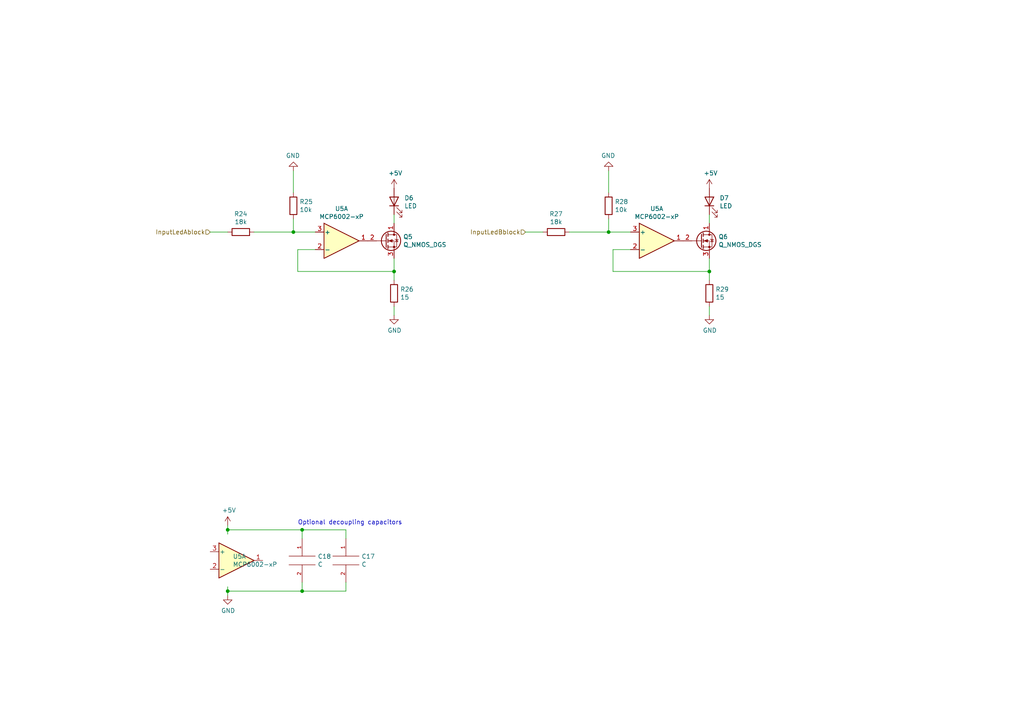
<source format=kicad_sch>
(kicad_sch (version 20211123) (generator eeschema)
  (paper "A4")
  (lib_symbols
    (symbol "Amplifier_Operational:MCP6002-xP" (pin_names (offset 0.127))
      (property "Reference" "U" (at 0 5.08 0))
      (property "Value" "MCP6002-xP" (at 0 -5.08 0))
      (symbol "MCP6002-xP_1_1"
        (polyline (pts (xy -5.08 5.08) (xy 5.08 0) (xy -5.08 -5.08) (xy -5.08 5.08)) (stroke (width 0.254)) (fill (type background)))
        (pin output line (at 7.62 0 180) (length 2.54) (name "~") (number "1"))
        (pin input line (at -7.62 -2.54 0) (length 2.54) (name "-") (number "2"))
        (pin input line (at -7.62 2.54 0) (length 2.54) (name "+") (number "3"))
      )
      (symbol "MCP6002-xP_2_1"
        (polyline (pts (xy -5.08 5.08) (xy 5.08 0) (xy -5.08 -5.08) (xy -5.08 5.08)) (stroke (width 0.254)) (fill (type background)))
        (pin input line (at -7.62 2.54 0) (length 2.54) (name "+") (number "5"))
        (pin input line (at -7.62 -2.54 0) (length 2.54) (name "-") (number "6"))
        (pin output line (at 7.62 0 180) (length 2.54) (name "~") (number "7"))
      )
      (symbol "MCP6002-xP_3_1"
        (pin power_in line (at -2.54 -7.62 90) (length 3.81) (name "V-") (number "4"))
        (pin power_in line (at -2.54 7.62 270) (length 3.81) (name "V+") (number "8"))
      )
    )
    (symbol "Device:LED" (pin_numbers hide) (pin_names (offset 1.016) hide)
      (property "Reference" "D" (at 0 2.54 0))
      (property "Value" "LED" (at 0 -2.54 0))
      (symbol "LED_0_1"
        (polyline (pts (xy -1.27 -1.27) (xy -1.27 1.27)) (stroke (width 0.254)))
        (polyline (pts (xy -1.27 0) (xy 1.27 0)))
        (polyline (pts (xy 1.27 -1.27) (xy 1.27 1.27) (xy -1.27 0) (xy 1.27 -1.27)) (stroke (width 0.254)))
        (polyline (pts (xy -3.048 -0.762) (xy -4.572 -2.286) (xy -3.81 -2.286) (xy -4.572 -2.286) (xy -4.572 -1.524)))
        (polyline (pts (xy -1.778 -0.762) (xy -3.302 -2.286) (xy -2.54 -2.286) (xy -3.302 -2.286) (xy -3.302 -1.524)))
      )
      (symbol "LED_1_1"
        (pin passive line (at -3.81 0 0) (length 2.54) (name "K") (number "1"))
        (pin passive line (at 3.81 0 180) (length 2.54) (name "A") (number "2"))
      )
    )
    (symbol "Device:Q_NMOS_DGS" (pin_names (offset 0) hide)
      (property "Reference" "Q" (at 5.08 1.27 0))
      (property "Value" "Q_NMOS_DGS" (at 5.08 -1.27 0))
      (symbol "Q_NMOS_DGS_0_1"
        (polyline (pts (xy 0.254 0) (xy -2.54 0)))
        (polyline (pts (xy 0.254 1.905) (xy 0.254 -1.905)) (stroke (width 0.254)))
        (polyline (pts (xy 0.762 -1.27) (xy 0.762 -2.286)) (stroke (width 0.254)))
        (polyline (pts (xy 0.762 0.508) (xy 0.762 -0.508)) (stroke (width 0.254)))
        (polyline (pts (xy 0.762 2.286) (xy 0.762 1.27)) (stroke (width 0.254)))
        (polyline (pts (xy 2.54 2.54) (xy 2.54 1.778)))
        (polyline (pts (xy 2.54 -2.54) (xy 2.54 0) (xy 0.762 0)))
        (polyline (pts (xy 0.762 -1.778) (xy 3.302 -1.778) (xy 3.302 1.778) (xy 0.762 1.778)))
        (polyline (pts (xy 1.016 0) (xy 2.032 0.381) (xy 2.032 -0.381) (xy 1.016 0)) (fill (type outline)))
        (polyline (pts (xy 2.794 0.508) (xy 2.921 0.381) (xy 3.683 0.381) (xy 3.81 0.254)))
        (polyline (pts (xy 3.302 0.381) (xy 2.921 -0.254) (xy 3.683 -0.254) (xy 3.302 0.381)))
        (circle (center 1.651 0) (radius 2.794) (stroke (width 0.254)))
        (circle (center 2.54 -1.778) (radius 0.254) (fill (type outline)))
        (circle (center 2.54 1.778) (radius 0.254) (fill (type outline)))
      )
      (symbol "Q_NMOS_DGS_1_1"
        (pin passive line (at 2.54 5.08 270) (length 2.54) (name "D") (number "1"))
        (pin input line (at -5.08 0 0) (length 2.54) (name "G") (number "2"))
        (pin passive line (at 2.54 -5.08 90) (length 2.54) (name "S") (number "3"))
      )
    )
    (symbol "Device:R" (pin_numbers hide) (pin_names (offset 0))
      (property "Reference" "R" (at 2.032 0 90))
      (property "Value" "R" (at 0 0 90))
      (symbol "R_0_1"
        (rectangle (start -1.016 -2.54) (end 1.016 2.54) (stroke (width 0.254)))
      )
      (symbol "R_1_1"
        (pin passive line (at 0 3.81 270) (length 1.27) (name "~") (number "1"))
        (pin passive line (at 0 -3.81 90) (length 1.27) (name "~") (number "2"))
      )
    )
    (symbol "power:+5V" (power) (pin_names (offset 0))
      (property "Value" "+5V" (at 0 3.556 0))
      (symbol "+5V_0_1"
        (polyline (pts (xy -0.762 1.27) (xy 0 2.54)))
        (polyline (pts (xy 0 0) (xy 0 2.54)))
        (polyline (pts (xy 0 2.54) (xy 0.762 1.27)))
      )
      (symbol "+5V_1_1"
        (pin power_in line (at 0 0 90) (length 0) hide (name "+5V") (number "1"))
      )
    )
    (symbol "power:GND" (power) (pin_names (offset 0))
      (property "Value" "GND" (at 0 -3.81 0))
      (symbol "GND_0_1"
        (polyline (pts (xy 0 0) (xy 0 -1.27) (xy 1.27 -1.27) (xy 0 -2.54) (xy -1.27 -1.27) (xy 0 -1.27)))
      )
      (symbol "GND_1_1"
        (pin power_in line (at 0 0 270) (length 0) hide (name "GND") (number "1"))
      )
    )
    (symbol "pspice:C" (pin_names (offset 0.254))
      (property "Reference" "C" (at 2.54 3.81 90))
      (property "Value" "C" (at 2.54 -3.81 90))
      (symbol "C_0_1"
        (polyline (pts (xy -3.81 -1.27) (xy 3.81 -1.27)))
        (polyline (pts (xy -3.81 1.27) (xy 3.81 1.27)))
      )
      (symbol "C_1_1"
        (pin passive line (at 0 6.35 270) (length 5.08) (name "~") (number "1"))
        (pin passive line (at 0 -6.35 90) (length 5.08) (name "~") (number "2"))
      )
    )
  )
  (junction (at 205.74 78.74))
  (junction (at 87.63 171.45))
  (junction (at 176.53 67.31))
  (junction (at 114.3 78.74))
  (junction (at 66.04 171.45))
  (junction (at 66.04 153.67))
  (junction (at 87.63 153.67))
  (junction (at 85.09 67.31))
  (wire (pts (xy 86.36 72.39) (xy 91.44 72.39)))
  (wire (pts (xy 66.04 171.45) (xy 87.63 171.45)))
  (wire (pts (xy 100.33 153.67) (xy 100.33 156.21)))
  (wire (pts (xy 114.3 88.9) (xy 114.3 91.44)))
  (wire (pts (xy 85.09 67.31) (xy 85.09 63.5)))
  (wire (pts (xy 66.04 152.4) (xy 66.04 153.67)))
  (wire (pts (xy 100.33 171.45) (xy 100.33 168.91)))
  (wire (pts (xy 85.09 67.31) (xy 73.66 67.31)))
  (wire (pts (xy 157.48 67.31) (xy 152.4 67.31)))
  (wire (pts (xy 66.04 67.31) (xy 60.96 67.31)))
  (wire (pts (xy 177.8 72.39) (xy 182.88 72.39)))
  (wire (pts (xy 66.04 171.45) (xy 66.04 172.72)))
  (wire (pts (xy 87.63 153.67) (xy 100.33 153.67)))
  (wire (pts (xy 176.53 67.31) (xy 176.53 63.5)))
  (wire (pts (xy 114.3 74.93) (xy 114.3 78.74)))
  (wire (pts (xy 205.74 88.9) (xy 205.74 91.44)))
  (wire (pts (xy 182.88 67.31) (xy 176.53 67.31)))
  (wire (pts (xy 205.74 64.77) (xy 205.74 62.23)))
  (wire (pts (xy 176.53 67.31) (xy 165.1 67.31)))
  (wire (pts (xy 114.3 78.74) (xy 86.36 78.74)))
  (wire (pts (xy 87.63 171.45) (xy 87.63 168.91)))
  (wire (pts (xy 91.44 67.31) (xy 85.09 67.31)))
  (wire (pts (xy 66.04 170.18) (xy 66.04 171.45)))
  (wire (pts (xy 176.53 49.53) (xy 176.53 55.88)))
  (wire (pts (xy 85.09 49.53) (xy 85.09 55.88)))
  (wire (pts (xy 205.74 78.74) (xy 205.74 74.93)))
  (wire (pts (xy 205.74 78.74) (xy 205.74 81.28)))
  (wire (pts (xy 114.3 78.74) (xy 114.3 81.28)))
  (wire (pts (xy 177.8 78.74) (xy 177.8 72.39)))
  (wire (pts (xy 114.3 64.77) (xy 114.3 62.23)))
  (wire (pts (xy 205.74 78.74) (xy 177.8 78.74)))
  (wire (pts (xy 87.63 171.45) (xy 100.33 171.45)))
  (wire (pts (xy 86.36 78.74) (xy 86.36 72.39)))
  (wire (pts (xy 87.63 153.67) (xy 87.63 156.21)))
  (wire (pts (xy 66.04 153.67) (xy 66.04 154.94)))
  (wire (pts (xy 66.04 153.67) (xy 87.63 153.67)))
  (text "Optional decoupling capacitors" (at 86.36 152.4 0) (effects (font (size 1.27 1.27)) (justify left bottom)))
  (hierarchical_label "InputLedBblock" (shape input) (at 152.4 67.31 180))
  (hierarchical_label "InputLedAblock" (shape input) (at 60.96 67.31 180))
  (symbol (lib_id "Amplifier_Operational:MCP6002-xP") (at 99.06 69.85 0)
    (property "Reference" "U5" (at 99.06 60.5282 0))
    (property "Value" "MCP6002-xP" (at 99.06 62.8396 0))
    (property "Footprint" "Package_DIP:DIP-8_W7.62mm" (effects hide))
    (property "Datasheet" "http://ww1.microchip.com/downloads/en/DeviceDoc/21733j.pdf" (effects hide))
  )
  (symbol (lib_id "Amplifier_Operational:MCP6002-xP") (at 190.5 69.85 0)
    (property "Reference" "U5" (at 190.5 60.5282 0))
    (property "Value" "MCP6002-xP" (at 190.5 62.8396 0))
    (property "Footprint" "Package_DIP:DIP-8_W7.62mm" (effects hide))
    (property "Datasheet" "http://ww1.microchip.com/downloads/en/DeviceDoc/21733j.pdf" (effects hide))
  )
  (symbol (lib_id "Amplifier_Operational:MCP6002-xP") (at 68.58 162.56 0)
    (property "Reference" "U5" (at 67.5132 161.3916 0) (effects (justify left)))
    (property "Value" "MCP6002-xP" (at 67.5132 163.703 0) (effects (justify left)))
    (property "Footprint" "Package_DIP:DIP-8_W7.62mm" (effects hide))
    (property "Datasheet" "http://ww1.microchip.com/downloads/en/DeviceDoc/21733j.pdf" (effects hide))
  )
  (symbol (lib_id "Device:Q_NMOS_DGS") (at 111.76 69.85 0)
    (property "Reference" "Q5" (at 116.9416 68.6816 0) (effects (justify left)))
    (property "Value" "Q_NMOS_DGS" (at 116.9416 70.993 0) (effects (justify left)))
    (property "Footprint" "Package_TO_SOT_THT:TO-220-3_Vertical" (effects hide))
  )
  (symbol (lib_id "Device:Q_NMOS_DGS") (at 203.2 69.85 0)
    (property "Reference" "Q6" (at 208.3816 68.6816 0) (effects (justify left)))
    (property "Value" "Q_NMOS_DGS" (at 208.3816 70.993 0) (effects (justify left)))
    (property "Footprint" "Package_TO_SOT_THT:TO-220-3_Vertical" (effects hide))
  )
  (symbol (lib_id "Device:R") (at 85.09 59.69 0)
    (property "Reference" "R25" (at 86.868 58.5216 0) (effects (justify left)))
    (property "Value" "10k" (at 86.868 60.833 0) (effects (justify left)))
    (property "Footprint" "Resistor_SMD:R_0805_2012Metric" (effects hide))
  )
  (symbol (lib_id "Device:R") (at 69.85 67.31 270)
    (property "Reference" "R24" (at 69.85 62.0522 90))
    (property "Value" "18k" (at 69.85 64.3636 90))
    (property "Footprint" "Resistor_SMD:R_0805_2012Metric" (effects hide))
  )
  (symbol (lib_id "Device:LED") (at 114.3 58.42 90)
    (property "Reference" "D6" (at 117.2718 57.4294 90) (effects (justify right)))
    (property "Value" "LED" (at 117.2718 59.7408 90) (effects (justify right)))
    (property "Footprint" "LED_THT:LED_D2.0mm_W4.0mm_H2.8mm_FlatTop" (effects hide))
  )
  (symbol (lib_id "power:GND") (at 85.09 49.53 180)
    (property "Reference" "#PWR034" (effects hide))
    (property "Value" "GND" (at 84.963 45.1358 0))
  )
  (symbol (lib_id "power:+5V") (at 114.3 54.61 0)
    (property "Reference" "#PWR035" (effects hide))
    (property "Value" "+5V" (at 114.681 50.2158 0))
  )
  (symbol (lib_id "Device:R") (at 114.3 85.09 0)
    (property "Reference" "R26" (at 116.078 83.9216 0) (effects (justify left)))
    (property "Value" "15" (at 116.078 86.233 0) (effects (justify left)))
    (property "Footprint" "Resistor_THT:R_Axial_DIN0204_L3.6mm_D1.6mm_P1.90mm_Vertical" (effects hide))
  )
  (symbol (lib_id "power:GND") (at 114.3 91.44 0)
    (property "Reference" "#PWR036" (effects hide))
    (property "Value" "GND" (at 114.427 95.8342 0))
  )
  (symbol (lib_id "power:GND") (at 176.53 49.53 180)
    (property "Reference" "#PWR037" (effects hide))
    (property "Value" "GND" (at 176.403 45.1358 0))
  )
  (symbol (lib_id "Device:R") (at 161.29 67.31 270)
    (property "Reference" "R27" (at 161.29 62.0522 90))
    (property "Value" "18k" (at 161.29 64.3636 90))
    (property "Footprint" "Resistor_SMD:R_0805_2012Metric" (effects hide))
  )
  (symbol (lib_id "Device:R") (at 176.53 59.69 0)
    (property "Reference" "R28" (at 178.308 58.5216 0) (effects (justify left)))
    (property "Value" "10k" (at 178.308 60.833 0) (effects (justify left)))
    (property "Footprint" "Resistor_SMD:R_0805_2012Metric" (effects hide))
  )
  (symbol (lib_id "Device:LED") (at 205.74 58.42 90)
    (property "Reference" "D7" (at 208.7118 57.4294 90) (effects (justify right)))
    (property "Value" "LED" (at 208.7118 59.7408 90) (effects (justify right)))
    (property "Footprint" "LED_THT:LED_D2.0mm_W4.0mm_H2.8mm_FlatTop" (effects hide))
  )
  (symbol (lib_id "power:+5V") (at 205.74 54.61 0)
    (property "Reference" "#PWR038" (effects hide))
    (property "Value" "+5V" (at 206.121 50.2158 0))
  )
  (symbol (lib_id "Device:R") (at 205.74 85.09 0)
    (property "Reference" "R29" (at 207.518 83.9216 0) (effects (justify left)))
    (property "Value" "15" (at 207.518 86.233 0) (effects (justify left)))
    (property "Footprint" "Resistor_THT:R_Axial_DIN0204_L3.6mm_D1.6mm_P1.90mm_Vertical" (effects hide))
  )
  (symbol (lib_id "power:GND") (at 205.74 91.44 0)
    (property "Reference" "#PWR039" (effects hide))
    (property "Value" "GND" (at 205.867 95.8342 0))
  )
  (symbol (lib_id "power:GND") (at 66.04 172.72 0)
    (property "Reference" "#PWR040" (effects hide))
    (property "Value" "GND" (at 66.167 177.1142 0))
  )
  (symbol (lib_id "power:+5V") (at 66.04 152.4 0)
    (property "Reference" "#PWR041" (effects hide))
    (property "Value" "+5V" (at 66.421 148.0058 0))
  )
  (symbol (lib_id "pspice:C") (at 87.63 162.56 0)
    (property "Reference" "C18" (at 92.1512 161.3916 0) (effects (justify left)))
    (property "Value" "C" (at 92.1512 163.703 0) (effects (justify left)))
    (property "Footprint" "Capacitor_SMD:C_0805_2012Metric" (effects hide))
  )
  (symbol (lib_id "pspice:C") (at 100.33 162.56 0)
    (property "Reference" "C17" (at 104.8512 161.3916 0) (effects (justify left)))
    (property "Value" "C" (at 104.8512 163.703 0) (effects (justify left)))
    (property "Footprint" "Capacitor_SMD:C_0805_2012Metric" (effects hide))
  )
)
</source>
